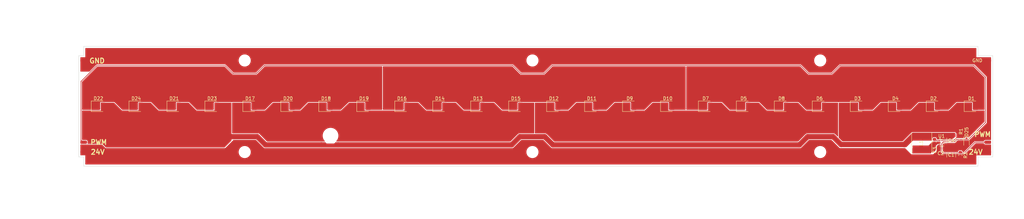
<source format=kicad_pcb>
(kicad_pcb (version 20211014) (generator pcbnew)
  (layers (0 "F.Cu" signal) (31 "B.Cu" signal) (34 "B.Paste" user) (35 "F.Paste" user) (36 "B.SilkS" user "B.Silkscreen") (37 "F.SilkS" user "F.Silkscreen") (38 "B.Mask" user) (39 "F.Mask" user) (44 "Edge.Cuts" user))
  (net 0 "")
  (net 1 "GND")
  (net 2 "Net-(C1-Pad2)")
  (net 3 "Net-(C3-Pad1)")
  (net 4 "Net-(C3-Pad2)")
  (net 5 "Net-(C4-Pad2)")
  (net 6 "Net-(D1-Pad1)")
  (net 7 "Net-(D1-Pad2)")
  (net 8 "Net-(D10-Pad1)")
  (net 9 "Net-(D10-Pad2)")
  (net 10 "Net-(D13-Pad2)")
  (net 11 "Net-(D17-Pad2)")
  (net 12 "Net-(J3-Pad1)")
  (footprint "LED_SMD:LED_PLCC_2835" (layer "F.Cu") (at 320.15 94.5)
    (fp_text reference "D3" (at 0 -2.4) (layer "F.SilkS"))
    (fp_text value "JE2835AWT-R-U40GA0000-N0000001")
    (fp_line (start 1.4 -1.6) (end -2.2 -1.6) (layer "F.SilkS") (width 0.12))
    (fp_line (start -2.2 -1.6) (end -2.2 1.6) (layer "F.SilkS") (width 0.12))
    (fp_line (start 1.4 1.6) (end -2.2 1.6) (layer "F.SilkS") (width 0.12))
    (pad "1" smd rect (at -0.9 0) (size 2.2 2.2) (layers "F.Cu" "F.Paste" "F.Mask") (net 6 "Net-(D1-Pad1)"))
    (pad "2" smd rect (at 1.375 0) (size 1.25 2.2) (layers "F.Cu" "F.Paste" "F.Mask") (net 7 "Net-(D1-Pad2)"))
  )
  (footprint "LED_SMD:LED_PLCC_2835" (layer "F.Cu") (at 250.49 94.5)
    (fp_text reference "D9" (at 0 -2.4) (layer "F.SilkS"))
    (fp_text value "JE2835AWT-R-U40GA0000-N0000001")
    (fp_line (start 1.4 1.6) (end -2.2 1.6) (layer "F.SilkS") (width 0.12))
    (fp_line (start -2.2 -1.6) (end -2.2 1.6) (layer "F.SilkS") (width 0.12))
    (fp_line (start 1.4 -1.6) (end -2.2 -1.6) (layer "F.SilkS") (width 0.12))
    (pad "1" smd rect (at -0.9 0) (size 2.2 2.2) (layers "F.Cu" "F.Paste" "F.Mask") (net 8 "Net-(D10-Pad1)"))
    (pad "2" smd rect (at 1.375 0) (size 1.25 2.2) (layers "F.Cu" "F.Paste" "F.Mask") (net 9 "Net-(D10-Pad2)"))
  )
  (footprint "LED_SMD:LED_PLCC_2835" (layer "F.Cu") (at 134.39 94.5)
    (fp_text reference "D17" (at 0 -2.4) (layer "F.SilkS"))
    (fp_text value "JE2835AWT-R-U40GA0000-N0000001")
    (fp_line (start 1.4 -1.6) (end -2.2 -1.6) (layer "F.SilkS") (width 0.12))
    (fp_line (start -2.2 -1.6) (end -2.2 1.6) (layer "F.SilkS") (width 0.12))
    (fp_line (start 1.4 1.6) (end -2.2 1.6) (layer "F.SilkS") (width 0.12))
    (pad "1" smd rect (at -0.9 0) (size 2.2 2.2) (layers "F.Cu" "F.Paste" "F.Mask") (net 10 "Net-(D13-Pad2)"))
    (pad "2" smd rect (at 1.375 0) (size 1.25 2.2) (layers "F.Cu" "F.Paste" "F.Mask") (net 11 "Net-(D17-Pad2)"))
  )
  (footprint "MountingHole:MountingHole_3.2mm_M3" (layer "F.Cu") (at 308.75 80.5)
    (fp_text reference "H5" hide)
    (fp_text value "MountingHole")
    (pad "" np_thru_hole circle (at 0 0) (size 3.2 3.2) (drill 3.2) (layers *.Cu *.Mask))
  )
  (footprint "LED_SMD:LED_PLCC_2835" (layer "F.Cu") (at 331.76 94.5)
    (fp_text reference "D4" (at 0 -2.4) (layer "F.SilkS"))
    (fp_text value "JE2835AWT-R-U40GA0000-N0000001")
    (fp_line (start 1.4 1.6) (end -2.2 1.6) (layer "F.SilkS") (width 0.12))
    (fp_line (start -2.2 -1.6) (end -2.2 1.6) (layer "F.SilkS") (width 0.12))
    (fp_line (start 1.4 -1.6) (end -2.2 -1.6) (layer "F.SilkS") (width 0.12))
    (pad "1" smd rect (at -0.9 0) (size 2.2 2.2) (layers "F.Cu" "F.Paste" "F.Mask") (net 6 "Net-(D1-Pad1)"))
    (pad "2" smd rect (at 1.375 0) (size 1.25 2.2) (layers "F.Cu" "F.Paste" "F.Mask") (net 7 "Net-(D1-Pad2)"))
  )
  (footprint "MountingHole:MountingHole_3.2mm_M3" (layer "F.Cu") (at 220.75 80.5)
    (fp_text reference "H4" hide)
    (fp_text value "MountingHole")
    (pad "" np_thru_hole circle (at 0 0) (size 3.2 3.2) (drill 3.2) (layers *.Cu *.Mask))
  )
  (footprint "MountingHole:MountingHole_3.2mm_M3" (layer "F.Cu") (at 308.75 108.5)
    (fp_text reference "H3" hide)
    (fp_text value "MountingHole")
    (pad "" np_thru_hole circle (at 0 0) (size 3.2 3.2) (drill 3.2) (layers *.Cu *.Mask))
  )
  (footprint "LED_SMD:LED_PLCC_2835" (layer "F.Cu") (at 262.11 94.5)
    (fp_text reference "D10" (at 0 -2.4) (layer "F.SilkS"))
    (fp_text value "JE2835AWT-R-U40GA0000-N0000001")
    (fp_line (start 1.4 1.6) (end -2.2 1.6) (layer "F.SilkS") (width 0.12))
    (fp_line (start -2.2 -1.6) (end -2.2 1.6) (layer "F.SilkS") (width 0.12))
    (fp_line (start 1.4 -1.6) (end -2.2 -1.6) (layer "F.SilkS") (width 0.12))
    (pad "1" smd rect (at -0.9 0) (size 2.2 2.2) (layers "F.Cu" "F.Paste" "F.Mask") (net 8 "Net-(D10-Pad1)"))
    (pad "2" smd rect (at 1.375 0) (size 1.25 2.2) (layers "F.Cu" "F.Paste" "F.Mask") (net 9 "Net-(D10-Pad2)"))
  )
  (footprint "MountingHole:MountingHole_3.2mm_M3" (layer "F.Cu") (at 132.75 80.5)
    (fp_text reference "H7" hide)
    (fp_text value "MountingHole")
    (pad "" np_thru_hole circle (at 0 0) (size 3.2 3.2) (drill 3.2) (layers *.Cu *.Mask))
  )
  (footprint "LED_SMD:LED_PLCC_2835" (layer "F.Cu") (at 88 94.5)
    (fp_text reference "D22" (at 0 -2.4) (layer "F.SilkS"))
    (fp_text value "JE2835AWT-R-U40GA0000-N0000001")
    (fp_line (start 1.4 1.6) (end -2.2 1.6) (layer "F.SilkS") (width 0.12))
    (fp_line (start -2.2 -1.6) (end -2.2 1.6) (layer "F.SilkS") (width 0.12))
    (fp_line (start 1.4 -1.6) (end -2.2 -1.6) (layer "F.SilkS") (width 0.12))
    (pad "1" smd rect (at -0.9 0) (size 2.2 2.2) (layers "F.Cu" "F.Paste" "F.Mask") (net 11 "Net-(D17-Pad2)"))
    (pad "2" smd rect (at 1.375 0) (size 1.25 2.2) (layers "F.Cu" "F.Paste" "F.Mask") (net 5 "Net-(C4-Pad2)"))
  )
  (footprint "Inductor_SMD:L_Taiyo-Yuden_NR-60xx" (layer "F.Cu") (at 339.783 105.775 90)
    (fp_text reference "L1" (at -0.025 -0.183 90) (layer "F.SilkS"))
    (fp_text value "22µ")
    (fp_line (start -3.15 -3.1) (end 3.15 -3.1) (layer "F.SilkS") (width 0.12))
    (fp_line (start -3.15 3.1) (end 3.15 3.1) (layer "F.SilkS") (width 0.12))
    (pad "1" smd rect (at -2.35 0 90) (size 1.6 5.7) (layers "F.Cu" "F.Paste" "F.Mask") (net 4 "Net-(C3-Pad2)"))
    (pad "2" smd rect (at 2.35 0 90) (size 1.6 5.7) (layers "F.Cu" "F.Paste" "F.Mask") (net 5 "Net-(C4-Pad2)"))
  )
  (footprint "LED_SMD:LED_PLCC_2835" (layer "F.Cu") (at 238.88 94.5)
    (fp_text reference "D11" (at 0 -2.4) (layer "F.SilkS"))
    (fp_text value "JE2835AWT-R-U40GA0000-N0000001")
    (fp_line (start 1.4 -1.6) (end -2.2 -1.6) (layer "F.SilkS") (width 0.12))
    (fp_line (start 1.4 1.6) (end -2.2 1.6) (layer "F.SilkS") (width 0.12))
    (fp_line (start -2.2 -1.6) (end -2.2 1.6) (layer "F.SilkS") (width 0.12))
    (pad "1" smd rect (at -0.9 0) (size 2.2 2.2) (layers "F.Cu" "F.Paste" "F.Mask") (net 8 "Net-(D10-Pad1)"))
    (pad "2" smd rect (at 1.375 0) (size 1.25 2.2) (layers "F.Cu" "F.Paste" "F.Mask") (net 9 "Net-(D10-Pad2)"))
  )
  (footprint "Diode_SMD:D_SOD-323" (layer "F.Cu") (at 353.5 105.4 -90)
    (fp_text reference "D25" (at -3.1 0 90) (layer "F.SilkS"))
    (fp_text value "3V3")
    (fp_line (start -1.5 -0.85) (end 1.05 -0.85) (layer "F.SilkS") (width 0.12))
    (fp_line (start -1.5 -0.85) (end -1.5 0.85) (layer "F.SilkS") (width 0.12))
    (fp_line (start -1.5 0.85) (end 1.05 0.85) (layer "F.SilkS") (width 0.12))
    (pad "1" smd rect (at -1.05 0 270) (size 0.6 0.45) (layers "F.Cu" "F.Paste" "F.Mask") (net 12 "Net-(J3-Pad1)"))
    (pad "2" smd rect (at 1.05 0 270) (size 0.6 0.45) (layers "F.Cu" "F.Paste" "F.Mask") (net 1 "GND"))
  )
  (footprint "Capacitor_SMD:C_0603_1608Metric" (layer "F.Cu") (at 343.7 105.4 -90)
    (fp_text reference "C3" (at 2.5 -0.1 90) (layer "F.SilkS"))
    (fp_text value "100n")
    (fp_line (start -0.14058 0.51) (end 0.14058 0.51) (layer "F.SilkS") (width 0.12))
    (fp_line (start -0.14058 -0.51) (end 0.14058 -0.51) (layer "F.SilkS") (width 0.12))
    (pad "1" smd roundrect (at -0.775 0 270) (size 0.9 0.95) (layers "F.Cu" "F.Paste" "F.Mask") (net 3 "Net-(C3-Pad1)"))
    (pad "2" smd roundrect (at 0.775 0 270) (size 0.9 0.95) (layers "F.Cu" "F.Paste" "F.Mask") (net 4 "Net-(C3-Pad2)"))
  )
  (footprint "LED_SMD:LED_PLCC_2835" (layer "F.Cu") (at 285.32 94.5)
    (fp_text reference "D5" (at 0 -2.4) (layer "F.SilkS"))
    (fp_text value "JE2835AWT-R-U40GA0000-N0000001")
    (fp_line (start 1.4 1.6) (end -2.2 1.6) (layer "F.SilkS") (width 0.12))
    (fp_line (start -2.2 -1.6) (end -2.2 1.6) (layer "F.SilkS") (width 0.12))
    (fp_line (start 1.4 -1.6) (end -2.2 -1.6) (layer "F.SilkS") (width 0.12))
    (pad "1" smd rect (at -0.9 0) (size 2.2 2.2) (layers "F.Cu" "F.Paste" "F.Mask") (net 7 "Net-(D1-Pad2)"))
    (pad "2" smd rect (at 1.375 0) (size 1.25 2.2) (layers "F.Cu" "F.Paste" "F.Mask") (net 8 "Net-(D10-Pad1)"))
  )
  (footprint "LED_SMD:LED_PLCC_2835" (layer "F.Cu") (at 99.56 94.5)
    (fp_text reference "D24" (at 0 -2.4) (layer "F.SilkS"))
    (fp_text value "JE2835AWT-R-U40GA0000-N0000001")
    (fp_line (start 1.4 -1.6) (end -2.2 -1.6) (layer "F.SilkS") (width 0.12))
    (fp_line (start -2.2 -1.6) (end -2.2 1.6) (layer "F.SilkS") (width 0.12))
    (fp_line (start 1.4 1.6) (end -2.2 1.6) (layer "F.SilkS") (width 0.12))
    (pad "1" smd rect (at -0.9 0) (size 2.2 2.2) (layers "F.Cu" "F.Paste" "F.Mask") (net 11 "Net-(D17-Pad2)"))
    (pad "2" smd rect (at 1.375 0) (size 1.25 2.2) (layers "F.Cu" "F.Paste" "F.Mask") (net 5 "Net-(C4-Pad2)"))
  )
  (footprint "LED_SMD:LED_PLCC_2835" (layer "F.Cu") (at 227.27 94.5)
    (fp_text reference "D12" (at 0 -2.4) (layer "F.SilkS"))
    (fp_text value "JE2835AWT-R-U40GA0000-N0000001")
    (fp_line (start 1.4 -1.6) (end -2.2 -1.6) (layer "F.SilkS") (width 0.12))
    (fp_line (start -2.2 -1.6) (end -2.2 1.6) (layer "F.SilkS") (width 0.12))
    (fp_line (start 1.4 1.6) (end -2.2 1.6) (layer "F.SilkS") (width 0.12))
    (pad "1" smd rect (at -0.9 0) (size 2.2 2.2) (layers "F.Cu" "F.Paste" "F.Mask") (net 8 "Net-(D10-Pad1)"))
    (pad "2" smd rect (at 1.375 0) (size 1.25 2.2) (layers "F.Cu" "F.Paste" "F.Mask") (net 9 "Net-(D10-Pad2)"))
  )
  (footprint "LED_SMD:LED_PLCC_2835" (layer "F.Cu") (at 215.66 94.5)
    (fp_text reference "D15" (at 0 -2.4) (layer "F.SilkS"))
    (fp_text value "JE2835AWT-R-U40GA0000-N0000001")
    (fp_line (start 1.4 -1.6) (end -2.2 -1.6) (layer "F.SilkS") (width 0.12))
    (fp_line (start 1.4 1.6) (end -2.2 1.6) (layer "F.SilkS") (width 0.12))
    (fp_line (start -2.2 -1.6) (end -2.2 1.6) (layer "F.SilkS") (width 0.12))
    (pad "1" smd rect (at -0.9 0) (size 2.2 2.2) (layers "F.Cu" "F.Paste" "F.Mask") (net 9 "Net-(D10-Pad2)"))
    (pad "2" smd rect (at 1.375 0) (size 1.25 2.2) (layers "F.Cu" "F.Paste" "F.Mask") (net 10 "Net-(D13-Pad2)"))
  )
  (footprint "Bergi:Solderpad_1x2" (layer "F.Cu") (at 83.5 108.5)
    (fp_text reference "J2" hide)
    (fp_text value "Conn_01x01_Female")
    (pad "1" smd roundrect (at 0 0) (size 2 1) (layers "F.Cu" "F.Mask") (net 2 "Net-(C1-Pad2)"))
  )
  (footprint "Bergi:Solderpad_1x2" (layer "F.Cu") (at 83.5 105.5)
    (fp_text reference "J4" hide)
    (fp_text value "Conn_01x01_Female")
    (pad "1" smd roundrect (at 0 0) (size 2 1) (layers "F.Cu" "F.Mask") (net 12 "Net-(J3-Pad1)"))
  )
  (footprint "Bergi:VQFN-HR" (layer "F.Cu") (at 345.879 105.637)
    (fp_text reference "U1" (at -0.025 -2.037 unlocked) (layer "F.SilkS"))
    (fp_text value "TPS92200DxRXL")
    (fp_line (start -0.75 -1) (end 0.75 -1) (layer "F.SilkS") (width 0.12))
    (fp_line (start -0.75 0.475) (end -0.75 0.225) (layer "F.SilkS") (width 0.12))
    (fp_line (start 0.75 0.475) (end 0.75 0) (layer "F.SilkS") (width 0.12))
    (fp_line (start -0.75 1) (end 0.75 1) (layer "F.SilkS") (width 0.12))
    (fp_circle (center -0.5 -1.25) (end -0.45 -1.25) (layer "F.SilkS") (width 0.12) (fill none))
    (pad "1" smd roundrect (at -0.6 -0.7) (size 0.7 0.2) (layers "F.Cu" "F.Mask") (net 3 "Net-(C3-Pad1)"))
    (pad "2" smd roundrect (at -0.65 -0.05) (size 0.6 0.2) (layers "F.Cu" "F.Paste" "F.Mask") (net 4 "Net-(C3-Pad2)"))
    (pad "3" smd roundrect (at -0.6 0.75) (size 0.7 0.2) (layers "F.Cu" "F.Paste" "F.Mask") (net 2 "Net-(C1-Pad2)"))
    (pad "4" smd roundrect (at 0.65 0.75) (size 0.6 0.2) (layers "F.Cu" "F.Paste" "F.Mask") (net 1 "GND"))
    (pad "5" smd roundrect (at 0.65 -0.275) (size 0.6 0.2) (layers "F.Cu" "F.Paste" "F.Mask") (net 12 "Net-(J3-Pad1)"))
    (pad "6" smd custom (at 0.45 -0.775) (size 0 0) (layers "F.Cu" "F.Mask") (net 6 "Net-(D1-Pad1)") (options (clearance outline) (anchor rect)) (primitives (gr_line (start -0.45 0.05) (end 0.45 0.05) (width 0.1)) (gr_line (start -0.45 -0.05) (end -0.45 0.25) (width 0.1)) (gr_line (start -0.45 -0.05) (end 0.45 -0.05) (width 0.1)) (gr_line (start 0.45 0.05) (end 0.45 -0.05) (width 0.1)) (gr_line (start -0.35 -0.05) (end -0.35 0.25) (width 0.1)) (gr_line (start -0.45 0.25) (end -0.35 0.25) (width 0.1))))
  )
  (footprint "LED_SMD:LED_PLCC_2835" (layer "F.Cu") (at 169.22 94.5)
    (fp_text reference "D19" (at 0 -2.4) (layer "F.SilkS"))
    (fp_text value "JE2835AWT-R-U40GA0000-N0000001")
    (fp_line (start 1.4 1.6) (end -2.2 1.6) (layer "F.SilkS") (width 0.12))
    (fp_line (start 1.4 -1.6) (end -2.2 -1.6) (layer "F.SilkS") (width 0.12))
    (fp_line (start -2.2 -1.6) (end -2.2 1.6) (layer "F.SilkS") (width 0.12))
    (pad "1" smd rect (at -0.9 0) (size 2.2 2.2) (layers "F.Cu" "F.Paste" "F.Mask") (net 10 "Net-(D13-Pad2)"))
    (pad "2" smd rect (at 1.375 0) (size 1.25 2.2) (layers "F.Cu" "F.Paste" "F.Mask") (net 11 "Net-(D17-Pad2)"))
  )
  (footprint "Resistor_SMD:R_0603_1608Metric" (layer "F.Cu") (at 351.6 109.4 90)
    (fp_text reference "R2" (at -0.1 1.6 90) (layer "F.SilkS"))
    (fp_text value "100k")
    (fp_line (start -0.237258 0.5225) (end 0.237258 0.5225) (layer "F.SilkS") (width 0.12))
    (fp_line (start -0.237258 -0.5225) (end 0.237258 -0.5225) (layer "F.SilkS") (width 0.12))
    (pad "1" smd roundrect (at -0.825 0 90) (size 0.8 0.95) (layers "F.Cu" "F.Paste" "F.Mask") (net 2 "Net-(C1-Pad2)"))
    (pad "2" smd roundrect (at 0.825 0 90) (size 0.8 0.95) (layers "F.Cu" "F.Paste" "F.Mask") (net 12 "Net-(J3-Pad1)"))
  )
  (footprint "MountingHole:MountingHole_4.3mm_M4" (layer "F.Cu") (at 159 103.5)
    (fp_text reference "H2" hide)
    (fp_text value "MountingHole")
    (pad "" np_thru_hole circle (at 0 0) (size 4.3 4.3) (drill 4.3) (layers *.Cu *.Mask))
  )
  (footprint "LED_SMD:LED_PLCC_2835" (layer "F.Cu") (at 122.78 94.5)
    (fp_text reference "D23" (at 0 -2.4) (layer "F.SilkS"))
    (fp_text value "JE2835AWT-R-U40GA0000-N0000001")
    (fp_line (start 1.4 -1.6) (end -2.2 -1.6) (layer "F.SilkS") (width 0.12))
    (fp_line (start 1.4 1.6) (end -2.2 1.6) (layer "F.SilkS") (width 0.12))
    (fp_line (start -2.2 -1.6) (end -2.2 1.6) (layer "F.SilkS") (width 0.12))
    (pad "1" smd rect (at -0.9 0) (size 2.2 2.2) (layers "F.Cu" "F.Paste" "F.Mask") (net 11 "Net-(D17-Pad2)"))
    (pad "2" smd rect (at 1.375 0) (size 1.25 2.2) (layers "F.Cu" "F.Paste" "F.Mask") (net 5 "Net-(C4-Pad2)"))
  )
  (footprint "MountingHole:MountingHole_3.2mm_M3" (layer "F.Cu") (at 132.75 108.5)
    (fp_text reference "H1" hide)
    (fp_text value "MountingHole")
    (pad "" np_thru_hole circle (at 0 0) (size 3.2 3.2) (drill 3.2) (layers *.Cu *.Mask))
  )
  (footprint "Bergi:Solderpad_1x2" (layer "F.Cu") (at 360 105.5)
    (fp_text reference "J3" hide)
    (fp_text value "Conn_01x01_Female")
    (pad "1" smd roundrect (at 0 0) (size 2 1) (layers "F.Cu" "F.Mask") (net 12 "Net-(J3-Pad1)"))
  )
  (footprint "Resistor_SMD:R_0603_1608Metric" (layer "F.Cu") (at 351.8 104.6 -90)
    (fp_text reference "R1" (at -2.4 0 90) (layer "F.SilkS"))
    (fp_text value "0R18")
    (fp_line (start -0.237258 0.5225) (end 0.237258 0.5225) (layer "F.SilkS") (width 0.12))
    (fp_line (start -0.237258 -0.5225) (end 0.237258 -0.5225) (layer "F.SilkS") (width 0.12))
    (pad "1" smd roundrect (at -0.825 0 270) (size 0.8 0.95) (layers "F.Cu" "F.Paste" "F.Mask") (net 6 "Net-(D1-Pad1)"))
    (pad "2" smd roundrect (at 0.825 0 270) (size 0.8 0.95) (layers "F.Cu" "F.Paste" "F.Mask") (net 1 "GND"))
  )
  (footprint "Capacitor_SMD:C_1210_3225Metric" (layer "F.Cu") (at 348.8 104.875 90)
    (fp_text reference "C4" (at -0.125 0) (layer "F.SilkS"))
    (fp_text value "10µ")
    (fp_line (start -0.711252 1.36) (end 0.711252 1.36) (layer "F.SilkS") (width 0.12))
    (fp_line (start -0.711252 -1.36) (end 0.711252 -1.36) (layer "F.SilkS") (width 0.12))
    (pad "1" smd roundrect (at -1.475 0 90) (size 1.15 2.7) (layers "F.Cu" "F.Paste" "F.Mask") (roundrect_rratio 0.217391) (net 1 "GND"))
    (pad "2" smd roundrect (at 1.475 0 90) (size 1.15 2.7) (layers "F.Cu" "F.Paste" "F.Mask") (roundrect_rratio 0.217391) (net 5 "Net-(C4-Pad2)"))
  )
  (footprint "LED_SMD:LED_PLCC_2835" (layer "F.Cu") (at 192.44 94.5)
    (fp_text reference "D14" (at 0 -2.4) (layer "F.SilkS"))
    (fp_text value "JE2835AWT-R-U40GA0000-N0000001")
    (fp_line (start 1.4 1.6) (end -2.2 1.6) (layer "F.SilkS") (width 0.12))
    (fp_line (start 1.4 -1.6) (end -2.2 -1.6) (layer "F.SilkS") (width 0.12))
    (fp_line (start -2.2 -1.6) (end -2.2 1.6) (layer "F.SilkS") (width 0.12))
    (pad "1" smd rect (at -0.9 0) (size 2.2 2.2) (layers "F.Cu" "F.Paste" "F.Mask") (net 9 "Net-(D10-Pad2)"))
    (pad "2" smd rect (at 1.375 0) (size 1.25 2.2) (layers "F.Cu" "F.Paste" "F.Mask") (net 10 "Net-(D13-Pad2)"))
  )
  (footprint "LED_SMD:LED_PLCC_2835" (layer "F.Cu") (at 146 94.5)
    (fp_text reference "D20" (at 0 -2.4) (layer "F.SilkS"))
    (fp_text value "JE2835AWT-R-U40GA0000-N0000001")
    (fp_line (start 1.4 1.6) (end -2.2 1.6) (layer "F.SilkS") (width 0.12))
    (fp_line (start 1.4 -1.6) (end -2.2 -1.6) (layer "F.SilkS") (width 0.12))
    (fp_line (start -2.2 -1.6) (end -2.2 1.6) (layer "F.SilkS") (width 0.12))
    (pad "1" smd rect (at -0.9 0) (size 2.2 2.2) (layers "F.Cu" "F.Paste" "F.Mask") (net 10 "Net-(D13-Pad2)"))
    (pad "2" smd rect (at 1.375 0) (size 1.25 2.2) (layers "F.Cu" "F.Paste" "F.Mask") (net 11 "Net-(D17-Pad2)"))
  )
  (footprint "Capacitor_SMD:C_1210_3225Metric" (layer "F.Cu") (at 348.8 109.375 -90)
    (fp_text reference "C1" (at 0 0 180) (layer "F.SilkS"))
    (fp_text value "10µ")
    (fp_line (start -0.711252 -1.36) (end 0.711252 -1.36) (layer "F.SilkS") (width 0.12))
    (fp_line (start -0.711252 1.36) (end 0.711252 1.36) (layer "F.SilkS") (width 0.12))
    (pad "1" smd roundrect (at -1.475 0 270) (size 1.15 2.7) (layers "F.Cu" "F.Paste" "F.Mask") (roundrect_rratio 0.217391) (net 1 "GND"))
    (pad "2" smd roundrect (at 1.475 0 270) (size 1.15 2.7) (layers "F.Cu" "F.Paste" "F.Mask") (roundrect_rratio 0.217391) (net 2 "Net-(C1-Pad2)"))
  )
  (footprint "LED_SMD:LED_PLCC_2835" (layer "F.Cu") (at 354.96 94.5)
    (fp_text reference "D1" (at 0 -2.4) (layer "F.SilkS"))
    (fp_text value "JE2835AWT-R-U40GA0000-N0000001")
    (fp_line (start -2.2 -1.6) (end -2.2 1.6) (layer "F.SilkS") (width 0.12))
    (fp_line (start 1.4 1.6) (end -2.2 1.6) (layer "F.SilkS") (width 0.12))
    (fp_line (start 1.4 -1.6) (end -2.2 -1.6) (layer "F.SilkS") (width 0.12))
    (pad "1" smd rect (at -0.9 0) (size 2.2 2.2) (layers "F.Cu" "F.Paste" "F.Mask") (net 6 "Net-(D1-Pad1)"))
    (pad "2" smd rect (at 1.375 0) (size 1.25 2.2) (layers "F.Cu" "F.Paste" "F.Mask") (net 7 "Net-(D1-Pad2)"))
  )
  (footprint "Bergi:Solderpad_1x2" (layer "F.Cu") (at 83.5 80.5)
    (fp_text reference "J5" hide)
    (fp_text value "Conn_01x01_Female")
    (pad "1" smd roundrect (at 0 0) (size 2 1) (layers "F.Cu" "F.Mask") (net 1 "GND"))
  )
  (footprint "Bergi:Solderpad_1x2" (layer "F.Cu") (at 360 108.5)
    (fp_text reference "J1" hide)
    (fp_text value "Conn_01x01_Female")
    (pad "1" smd roundrect (at 0 0) (size 2 1) (layers "F.Cu" "F.Mask") (net 2 "Net-(C1-Pad2)"))
  )
  (footprint "LED_SMD:LED_PLCC_2835" (layer "F.Cu") (at 204.05 94.5)
    (fp_text reference "D13" (at 0 -2.4) (layer "F.SilkS"))
    (fp_text value "JE2835AWT-R-U40GA0000-N0000001")
    (fp_line (start 1.4 -1.6) (end -2.2 -1.6) (layer "F.SilkS") (width 0.12))
    (fp_line (start 1.4 1.6) (end -2.2 1.6) (layer "F.SilkS") (width 0.12))
    (fp_line (start -2.2 -1.6) (end -2.2 1.6) (layer "F.SilkS") (width 0.12))
    (pad "1" smd rect (at -0.9 0) (size 2.2 2.2) (layers "F.Cu" "F.Paste" "F.Mask") (net 9 "Net-(D10-Pad2)"))
    (pad "2" smd rect (at 1.375 0) (size 1.25 2.2) (layers "F.Cu" "F.Paste" "F.Mask") (net 10 "Net-(D13-Pad2)"))
  )
  (footprint "Bergi:Solderpad_1x2" (layer "F.Cu") (at 360 80.5)
    (fp_text reference "J6" hide)
    (fp_text value "Conn_01x01_Female")
    (pad "1" smd roundrect (at 0 0) (size 2 1) (layers "F.Cu" "F.Mask") (net 1 "GND"))
  )
  (footprint "LED_SMD:LED_PLCC_2835" (layer "F.Cu") (at 157.61 94.5)
    (fp_text reference "D18" (at 0 -2.4) (layer "F.SilkS"))
    (fp_text value "JE2835AWT-R-U40GA0000-N0000001")
    (fp_line (start 1.4 1.6) (end -2.2 1.6) (layer "F.SilkS") (width 0.12))
    (fp_line (start -2.2 -1.6) (end -2.2 1.6) (layer "F.SilkS") (width 0.12))
    (fp_line (start 1.4 -1.6) (end -2.2 -1.6) (layer "F.SilkS") (width 0.12))
    (pad "1" smd rect (at -0.9 0) (size 2.2 2.2) (layers "F.Cu" "F.Paste" "F.Mask") (net 10 "Net-(D13-Pad2)"))
    (pad "2" smd rect (at 1.375 0) (size 1.25 2.2) (layers "F.Cu" "F.Paste" "F.Mask") (net 11 "Net-(D17-Pad2)"))
  )
  (footprint "LED_SMD:LED_PLCC_2835" (layer "F.Cu") (at 308.54 94.5)
    (fp_text reference "D6" (at 0 -2.4) (layer "F.SilkS"))
    (fp_text value "JE2835AWT-R-U40GA0000-N0000001")
    (fp_line (start 1.4 1.6) (end -2.2 1.6) (layer "F.SilkS") (width 0.12))
    (fp_line (start -2.2 -1.6) (end -2.2 1.6) (layer "F.SilkS") (width 0.12))
    (fp_line (start 1.4 -1.6) (end -2.2 -1.6) (layer "F.SilkS") (width 0.12))
    (pad "1" smd rect (at -0.9 0) (size 2.2 2.2) (layers "F.Cu" "F.Paste" "F.Mask") (net 7 "Net-(D1-Pad2)"))
    (pad "2" smd rect (at 1.375 0) (size 1.25 2.2) (layers "F.Cu" "F.Paste" "F.Mask") (net 8 "Net-(D10-Pad1)"))
  )
  (footprint "LED_SMD:LED_PLCC_2835" (layer "F.Cu") (at 273.71 94.5)
    (fp_text reference "D7" (at 0 -2.4) (layer "F.SilkS"))
    (fp_text value "JE2835AWT-R-U40GA0000-N0000001")
    (fp_line (start 1.4 1.6) (end -2.2 1.6) (layer "F.SilkS") (width 0.12))
    (fp_line (start 1.4 -1.6) (end -2.2 -1.6) (layer "F.SilkS") (width 0.12))
    (fp_line (start -2.2 -1.6) (end -2.2 1.6) (layer "F.SilkS") (width 0.12))
    (pad "1" smd rect (at -0.9 0) (size 2.2 2.2) (layers "F.Cu" "F.Paste" "F.Mask") (net 7 "Net-(D1-Pad2)"))
    (pad "2" smd rect (at 1.375 0) (size 1.25 2.2) (layers "F.Cu" "F.Paste" "F.Mask") (net 8 "Net-(D10-Pad1)"))
  )
  (footprint "LED_SMD:LED_PLCC_2835" (layer "F.Cu") (at 296.93 94.5)
    (fp_text reference "D8" (at 0 -2.4) (layer "F.SilkS"))
    (fp_text value "JE2835AWT-R-U40GA0000-N0000001")
    (fp_line (start 1.4 -1.6) (end -2.2 -1.6) (layer "F.SilkS") (width 0.12))
    (fp_line (start 1.4 1.6) (end -2.2 1.6) (layer "F.SilkS") (width 0.12))
    (fp_line (start -2.2 -1.6) (end -2.2 1.6) (layer "F.SilkS") (width 0.12))
    (pad "1" smd rect (at -0.9 0) (size 2.2 2.2) (layers "F.Cu" "F.Paste" "F.Mask") (net 7 "Net-(D1-Pad2)"))
    (pad "2" smd rect (at 1.375 0) (size 1.25 2.2) (layers "F.Cu" "F.Paste" "F.Mask") (net 8 "Net-(D10-Pad1)"))
  )
  (footprint "Capacitor_SMD:C_0603_1608Metric" (layer "F.Cu") (at 345.93 107.4 180)
    (fp_text reference "C2" (at 0.33 -1.5) (layer "F.SilkS"))
    (fp_text value "100n")
    (fp_line (start -0.14058 0.51) (end 0.14058 0.51) (layer "F.SilkS") (width 0.12))
    (fp_line (start -0.14058 -0.51) (end 0.14058 -0.51) (layer "F.SilkS") (width 0.12))
    (pad "1" smd roundrect (at -0.775 0 180) (size 0.9 0.95) (layers "F.Cu" "F.Paste" "F.Mask") (net 1 "GND"))
    (pad "2" smd roundrect (at 0.775 0 180) (size 0.9 0.95) (layers "F.Cu" "F.Paste" "F.Mask") (net 2 "Net-(C1-Pad2)"))
  )
  (footprint "LED_SMD:LED_PLCC_2835" (layer "F.Cu") (at 111.17 94.5)
    (fp_text reference "D21" (at 0 -2.4) (layer "F.SilkS"))
    (fp_text value "JE2835AWT-R-U40GA0000-N0000001")
    (fp_line (start 1.4 -1.6) (end -2.2 -1.6) (layer "F.SilkS") (width 0.12))
    (fp_line (start 1.4 1.6) (end -2.2 1.6) (layer "F.SilkS") (width 0.12))
    (fp_line (start -2.2 -1.6) (end -2.2 1.6) (layer "F.SilkS") (width 0.12))
    (pad "1" smd rect (at -0.9 0) (size 2.2 2.2) (layers "F.Cu" "F.Paste" "F.Mask") (net 11 "Net-(D17-Pad2)"))
    (pad "2" smd rect (at 1.375 0) (size 1.25 2.2) (layers "F.Cu" "F.Paste" "F.Mask") (net 5 "Net-(C4-Pad2)"))
  )
  (footprint "LED_SMD:LED_PLCC_2835" (layer "F.Cu") (at 343.37 94.5)
    (fp_text reference "D2" (at 0 -2.4) (layer "F.SilkS"))
    (fp_text value "JE2835AWT-R-U40GA0000-N0000001")
    (fp_line (start 1.4 -1.6) (end -2.2 -1.6) (layer "F.SilkS") (width 0.12))
    (fp_line (start -2.2 -1.6) (end -2.2 1.6) (layer "F.SilkS") (width 0.12))
    (fp_line (start 1.4 1.6) (end -2.2 1.6) (layer "F.SilkS") (width 0.12))
    (pad "1" smd rect (at -0.9 0) (size 2.2 2.2) (layers "F.Cu" "F.Paste" "F.Mask") (net 6 "Net-(D1-Pad1)"))
    (pad "2" smd rect (at 1.375 0) (size 1.25 2.2) (layers "F.Cu" "F.Paste" "F.Mask") (net 7 "Net-(D1-Pad2)"))
  )
  (footprint "LED_SMD:LED_PLCC_2835" (layer "F.Cu") (at 180.83 94.5)
    (fp_text reference "D16" (at 0 -2.4) (layer "F.SilkS"))
    (fp_text value "JE2835AWT-R-U40GA0000-N0000001")
    (fp_line (start 1.4 1.6) (end -2.2 1.6) (layer "F.SilkS") (width 0.12))
    (fp_line (start 1.4 -1.6) (end -2.2 -1.6) (layer "F.SilkS") (width 0.12))
    (fp_line (start -2.2 -1.6) (end -2.2 1.6) (layer "F.SilkS") (width 0.12))
    (pad "1" smd rect (at -0.9 0) (size 2.2 2.2) (layers "F.Cu" "F.Paste" "F.Mask") (net 9 "Net-(D10-Pad2)"))
    (pad "2" smd rect (at 1.375 0) (size 1.25 2.2) (layers "F.Cu" "F.Paste" "F.Mask") (net 10 "Net-(D13-Pad2)"))
  )
  (footprint "MountingHole:MountingHole_3.2mm_M3" (layer "F.Cu") (at 220.75 108.5)
    (fp_text reference "H6" hide)
    (fp_text value "MountingHole")
    (pad "" np_thru_hole circle (at 0 0) (size 3.2 3.2) (drill 3.2) (layers *.Cu *.Mask))
  )
  (gr_line (start 82 79) (end 82 110) (layer "Edge.Cuts") (width 0.1))
  (gr_line (start 361.5 79) (end 361.5 110) (layer "Edge.Cuts") (width 0.1))
  (gr_line (start 357 110) (end 357 112.8) (layer "Edge.Cuts") (width 0.1))
  (gr_line (start 361.5 110) (end 357 110) (layer "Edge.Cuts") (width 0.1))
  (gr_line (start 357 112.8) (end 83.5 112.8) (layer "Edge.Cuts") (width 0.1))
  (gr_line (start 82 110) (end 83.5 110) (layer "Edge.Cuts") (width 0.1))
  (gr_line (start 357 76.2) (end 83.5 76.2) (layer "Edge.Cuts") (width 0.1))
  (gr_line (start 361.5 79) (end 357 79) (layer "Edge.Cuts") (width 0.1))
  (gr_line (start 83.5 112.8) (end 83.5 110) (layer "Edge.Cuts") (width 0.1))
  (gr_line (start 357 79) (end 357 76.2) (layer "Edge.Cuts") (width 0.1))
  (gr_line (start 83.5 76.2) (end 83.5 79) (layer "Edge.Cuts") (width 0.1))
  (gr_line (start 83.5 79) (end 82 79) (layer "Edge.Cuts") (width 0.1))
  (gr_text "GND" (at 356.8 80.5) (layer "F.SilkS") (effects (font (size 1 1))))
  (gr_text "PWM" (at 88.1 105.5) (layer "F.SilkS") (effects (font (size 1.5 1.5) (thickness 0.3))))
  (gr_text "PWM" (at 358.4 103.1) (layer "F.SilkS") (effects (font (size 1.5 1.5) (thickness 0.3))))
  (gr_text "GND" (at 87.6 80.6) (layer "F.SilkS") (effects (font (size 1.5 1.5) (thickness 0.3))))
  (gr_text "24V" (at 87.8 108.5) (layer "F.SilkS") (effects (font (size 1.5 1.5) (thickness 0.3))))
  (gr_text "24V" (at 356.3 108.5) (layer "F.SilkS") (effects (font (size 1.5 1.5) (thickness 0.3))))
  (segment (start 360 100.6) (end 360 85) (width 0.2) (layer "F.Cu") (net 1))
  (segment (start 85.1 80.5) (end 83.5 80.5) (width 0.2) (layer "F.Cu") (net 1))
  (segment (start 87.6 78) (end 85.1 80.5) (width 0.2) (layer "F.Cu") (net 1))
  (segment (start 348.8 106.35) (end 350.875 106.35) (width 0.2) (layer "F.Cu") (net 1))
  (segment (start 360 80.5) (end 357.75 82.75) (width 0.2) (layer "F.Cu") (net 1))
  (segment (start 348.8 106.35) (end 348.8 107.9) (width 0.2) (layer "F.Cu") (net 1))
  (segment (start 346.529 107.224) (end 346.705 107.4) (width 0.2) (layer "F.Cu") (net 1))
  (segment (start 350.875 106.35) (end 351.825 105.4) (width 0.2) (layer "F.Cu") (net 1))
  (segment (start 355.2 105.4) (end 360 100.6) (width 0.2) (layer "F.Cu") (net 1))
  (segment (start 357.75 82.75) (end 353 78) (width 0.2) (layer "F.Cu") (net 1))
  (segment (start 353 78) (end 87.6 78) (width 0.2) (layer "F.Cu") (net 1))
  (segment (start 348.8 107.9) (end 347.205 107.9) (width 0.2) (layer "F.Cu") (net 1))
  (segment (start 347.205 107.9) (end 346.705 107.4) (width 0.2) (layer "F.Cu") (net 1))
  (segment (start 346.529 106.387) (end 346.529 107.224) (width 0.2) (layer "F.Cu") (net 1))
  (segment (start 351.825 105.4) (end 355.2 105.4) (width 0.2) (layer "F.Cu") (net 1))
  (segment (start 360 85) (end 357.75 82.75) (width 0.2) (layer "F.Cu") (net 1))
  (segment (start 345.155 109.355) (end 345.155 107.4) (width 0.2) (layer "F.Cu") (net 2))
  (segment (start 360 108.5) (end 356.3 108.5) (width 0.2) (layer "F.Cu") (net 2))
  (segment (start 348.8 110.85) (end 345.95 110.85) (width 0.2) (layer "F.Cu") (net 2))
  (segment (start 345.95 110.85) (end 345.155 110.055) (width 0.2) (layer "F.Cu") (net 2))
  (segment (start 345.155 110.055) (end 345.155 109.355) (width 0.2) (layer "F.Cu") (net 2))
  (segment (start 344.6 110.6) (end 88.5 110.6) (width 0.2) (layer "F.Cu") (net 2))
  (segment (start 88.5 110.6) (end 86.4 108.5) (width 0.2) (layer "F.Cu") (net 2))
  (segment (start 356.3 108.5) (end 353.95 110.85) (width 0.2) (layer "F.Cu") (net 2))
  (segment (start 353.95 110.85) (end 348.8 110.85) (width 0.2) (layer "F.Cu") (net 2))
  (segment (start 345.155 109.355) (end 345.155 110.045) (width 0.2) (layer "F.Cu") (net 2))
  (segment (start 345.155 106.511) (end 345.279 106.387) (width 0.2) (layer "F.Cu") (net 2))
  (segment (start 345.155 107.4) (end 345.155 106.511) (width 0.2) (layer "F.Cu") (net 2))
  (segment (start 86.4 108.5) (end 83.5 108.5) (width 0.2) (layer "F.Cu") (net 2))
  (segment (start 345.155 110.045) (end 344.6 110.6) (width 0.2) (layer "F.Cu") (net 2))
  (segment (start 344.283 104.937) (end 343.7 104.354) (width 0.2) (layer "F.Cu") (net 3))
  (segment (start 345.279 104.937) (end 344.283 104.937) (width 0.2) (layer "F.Cu") (net 3))
  (segment (start 341.479 108.125) (end 339.783 108.125) (width 0.2) (layer "F.Cu") (net 4))
  (segment (start 343.7 105.904) (end 341.479 108.125) (width 0.2) (layer "F.Cu") (net 4))
  (segment (start 345.229 105.587) (end 344.017 105.587) (width 0.2) (layer "F.Cu") (net 4))
  (segment (start 344.017 105.587) (end 343.7 105.904) (width 0.2) (layer "F.Cu") (net 4))
  (segment (start 136.6 103.8) (end 128.1 103.8) (width 1.6) (layer "F.Cu") (net 5))
  (segment (start 216.9 103.8) (end 224.5 103.8) (width 1.6) (layer "F.Cu") (net 5))
  (segment (start 334.6 106.2) (end 335.3 105.5) (width 1.6) (layer "F.Cu") (net 5))
  (segment (start 95.9 106.7) (end 89.375 100.175) (width 0.2) (layer "F.Cu") (net 5))
  (segment (start 336.475 103.425) (end 339.783 103.425) (width 0.2) (layer "F.Cu") (net 5))
  (segment (start 100.935 94.5) (end 100.935 105.535) (width 0.2) (layer "F.Cu") (net 5))
  (segment (start 89.375 100.175) (end 89.375 94.5) (width 0.2) (layer "F.Cu") (net 5))
  (segment (start 156.1 106.3) (end 139.1 106.3) (width 1.6) (layer "F.Cu") (net 5))
  (segment (start 337.375 103.425) (end 335.3 105.5) (width 0.2) (layer "F.Cu") (net 5))
  (segment (start 102.1 106.7) (end 95.9 106.7) (width 0.2) (layer "F.Cu") (net 5))
  (segment (start 114 106.7) (end 125.2 106.7) (width 0.2) (layer "F.Cu") (net 5))
  (segment (start 156.3 106.5) (end 156.1 106.3) (width 1) (layer "F.Cu") (net 5))
  (segment (start 227 106.3) (end 302.4 106.3) (width 1.6) (layer "F.Cu") (net 5))
  (segment (start 112.545 94.5) (end 112.545 105.245) (width 0.2) (layer "F.Cu") (net 5))
  (segment (start 339.783 103.425) (end 337.375 103.425) (width 0.2) (layer "F.Cu") (net 5))
  (segment (start 114 106.7) (end 102.1 106.7) (width 0.2) (layer "F.Cu") (net 5))
  (segment (start 139.1 106.3) (end 136.6 103.8) (width 1.6) (layer "F.Cu") (net 5))
  (segment (start 315.1 106.2) (end 334.6 106.2) (width 1.6) (layer "F.Cu") (net 5))
  (segment (start 312.7 103.8) (end 315.1 106.2) (width 1.6) (layer "F.Cu") (net 5))
  (segment (start 224.5 103.8) (end 227 106.3) (width 1.6) (layer "F.Cu") (net 5))
  (segment (start 125.2 106.7) (end 128.1 103.8) (width 0.2) (layer "F.Cu") (net 5))
  (segment (start 124.155 106.7) (end 124.155 94.5) (width 0.2) (layer "F.Cu") (net 5))
  (segment (start 302.4 106.3) (end 304.9 103.8) (width 1.6) (layer "F.Cu") (net 5))
  (segment (start 348.775 103.425) (end 339.783 103.425) (width 0.2) (layer "F.Cu") (net 5))
  (segment (start 161.4 106.3) (end 161.2 106.5) (width 1) (layer "F.Cu") (net 5))
  (segment (start 304.9 103.8) (end 312.7 103.8) (width 1.6) (layer "F.Cu") (net 5))
  (segment (start 348.8 103.4) (end 348.775 103.425) (width 0.2) (layer "F.Cu") (net 5))
  (segment (start 214.4 106.3) (end 216.9 103.8) (width 1.6) (layer "F.Cu") (net 5))
  (segment (start 161.4 106.3) (end 214.4 106.3) (width 1.6) (layer "F.Cu") (net 5))
  (segment (start 128.1 103.8) (end 128 103.7) (width 1.6) (layer "F.Cu") (net 5))
  (segment (start 161.2 106.5) (end 156.3 106.5) (width 1) (layer "F.Cu") (net 5))
  (segment (start 100.935 105.535) (end 102.1 106.7) (width 0.2) (layer "F.Cu") (net 5))
  (segment (start 333.2 106.7) (end 336.475 103.425) (width 0.2) (layer "F.Cu") (net 5))
  (segment (start 112.545 105.245) (end 114 106.7) (width 0.2) (layer "F.Cu") (net 5))
  (segment (start 330.86 99.06) (end 330.86 94.5) (width 0.2) (layer "F.Cu") (net 6))
  (segment (start 350.1 100.3) (end 343.4 100.3) (width 0.2) (layer "F.Cu") (net 6))
  (segment (start 346.329 104.862) (end 349.713 104.862) (width 0.2) (layer "F.Cu") (net 6))
  (segment (start 351.9 103.675) (end 352.1875 103.3875) (width 0.2) (layer "F.Cu") (net 6))
  (segment (start 352.1875 102.3875) (end 354.06 100.515) (width 0.2) (layer "F.Cu") (net 6))
  (segment (start 342.47 99.37) (end 342.47 94.5) (width 0.2) (layer "F.Cu") (net 6))
  (segment (start 343.4 100.3) (end 342.47 99.37) (width 0.2) (layer "F.Cu") (net 6))
  (segment (start 332.1 100.3) (end 330.86 99.06) (width 0.2) (layer "F.Cu") (net 6))
  (segment (start 332.1 100.3) (end 321 100.3) (width 0.2) (layer "F.Cu") (net 6))
  (segment (start 321 100.3) (end 319.25 98.55) (width 0.2) (layer "F.Cu") (net 6))
  (segment (start 349.713 104.862) (end 350.9 103.675) (width 0.2) (layer "F.Cu") (net 6))
  (segment (start 354.06 100.515) (end 354.06 94.5) (width 0.2) (layer "F.Cu") (net 6))
  (segment (start 319.25 98.55) (end 319.25 94.5) (width 0.2) (layer "F.Cu") (net 6))
  (segment (start 343.4 100.3) (end 332.1 100.3) (width 0.2) (layer "F.Cu") (net 6))
  (segment (start 352.1875 103.3875) (end 352.1875 102.3875) (width 0.2) (layer "F.Cu") (net 6))
  (segment (start 350.9 103.675) (end 351.9 103.675) (width 0.2) (layer "F.Cu") (net 6))
  (segment (start 352.1875 102.3875) (end 350.1 100.3) (width 0.2) (layer "F.Cu") (net 6))
  (segment (start 302.7 82) (end 305.2 84.5) (width 0.2) (layer "F.Cu") (net 12))
  (segment (start 224.3 84.5) (end 226.8 82) (width 0.2) (layer "F.Cu") (net 12))
  (segment (start 359.3 85.6) (end 359.3 99.45) (width 0.2) (layer "F.Cu") (net 12))
  (segment (start 87.5 82.1) (end 126.8 82.1) (width 0.2) (layer "F.Cu") (net 12))
  (segment (start 349.838 105.362) (end 346.529 105.362) (width 0.2) (layer "F.Cu") (net 12))
  (segment (start 350.6 104.6) (end 349.838 105.362) (width 0.2) (layer "F.Cu") (net 12))
  (segment (start 345.929 105.871) (end 346.438 105.362) (width 0.2) (layer "F.Cu") (net 12))
  (segment (start 314.8 82) (end 355.7 82) (width 0.2) (layer "F.Cu") (net 12))
  (segment (start 126.8 82.1) (end 129.2 84.5) (width 0.2) (layer "F.Cu") (net 12))
  (segment (start 352.8 108.8) (end 346.37 108.8) (width 0.2) (layer "F.Cu") (net 12))
  (segment (start 355.7 82) (end 359.3 85.6) (width 0.2) (layer "F.Cu") (net 12))
  (segment (start 226.8 82) (end 302.7 82) (width 0.2) (layer "F.Cu") (net 12))
  (segment (start 82.7 86.9) (end 87.5 82.1) (width 0.2) (layer "F.Cu") (net 12))
  (segment (start 305.2 84.5) (end 312.3 84.5) (width 0.2) (layer "F.Cu") (net 12))
  (segment (start 346.438 105.362) (end 346.529 105.362) (width 0.2) (layer "F.Cu") (net 12))
  (segment (start 83.275 105.5) (end 82.7 104.925) (width 0.2) (layer "F.Cu") (net 12))
  (segment (start 129.2 84.5) (end 136.3 84.5) (width 0.2) (layer "F.Cu") (net 12))
  (segment (start 214.7 82) (end 217.2 84.5) (width 0.2) (layer "F.Cu") (net 12))
  (segment (start 138.8 82) (end 214.7 82) (width 0.2) (layer "F.Cu") (net 12))
  (segment (start 136.3 84.5) (end 138.8 82) (width 0.2) (layer "F.Cu") (net 12))
  (segment (start 345.929 108.359) (end 345.929 105.871) (width 0.2) (layer "F.Cu") (net 12))
  (segment (start 354.15 104.6) (end 350.6 104.6) (width 0.2) (layer "F.Cu") (net 12))
  (segment (start 356.1 105.5) (end 352.8 108.8) (width 0.2) (layer "F.Cu") (net 12))
  (segment (start 82.7 104.925) (end 82.7 86.9) (width 0.2) (layer "F.Cu") (net 12))
  (segment (start 217.2 84.5) (end 224.3 84.5) (width 0.2) (layer "F.Cu") (net 12))
  (segment (start 83.5 105.5) (end 83.275 105.5) (width 0.2) (layer "F.Cu") (net 12))
  (segment (start 312.3 84.5) (end 314.8 82) (width 0.2) (layer "F.Cu") (net 12))
  (segment (start 346.37 108.8) (end 345.929 108.359) (width 0.2) (layer "F.Cu") (net 12))
  (segment (start 359.3 99.45) (end 354.15 104.6) (width 0.2) (layer "F.Cu") (net 12))
  (segment (start 360 105.5) (end 356.1 105.5) (width 0.2) (layer "F.Cu") (net 12))
  (zone (net 6) (net_name "Net-(D1-Pad1)") (layer "F.Cu") (priority 10) (connect_pads yes (clearance 0.2)) (min_thickness 0.2) (fill yes (thermal_gap 0.508) (thermal_bridge_width 0.508) (smoothing fillet))
    (polygon (pts (xy 320.3 95.8) (xy 324.9 95.8) (xy 327.3 93.4) (xy 332 93.4) (xy 332 95.8) (xy 336.5 95.8) (xy 338.9 93.4) (xy 343.6 93.4) (xy 343.6 95.8) (xy 348.1 95.8) (xy 350.5 93.4) (xy 355.2 93.4) (xy 355.2 95.8) (xy 359 95.8) (xy 359 99.2) (xy 354 104.2) (xy 350.4 104.2) (xy 350.4 102.8) (xy 350 102.4) (xy 336.8 102.4) (xy 334 105.2) (xy 315.5 105.2) (xy 314.4 104.1) (xy 314.4 93.4) (xy 320.3 93.4)))
  )
  (zone (net 5) (net_name "Net-(C4-Pad2)") (layer "F.Cu") (connect_pads yes (clearance 0.2)) (min_thickness 0.2) (fill yes (thermal_gap 0.508) (thermal_bridge_width 0.508) (smoothing fillet))
    (polygon (pts (xy 334 107) (xy 334 105.5) (xy 336.9 102.6) (xy 349.9 102.6) (xy 350.1 102.8) (xy 350.1 103.7) (xy 349.2 104.6) (xy 343.4 104.6) (xy 343 105) (xy 337.1 105) (xy 335.1 107)))
  )
  (zone (net 2) (net_name "Net-(C1-Pad2)") (layer "F.Cu") (connect_pads yes (clearance 0.2)) (min_thickness 0.2) (fill yes (thermal_gap 0.508) (thermal_bridge_width 0.508) (smoothing fillet))
    (polygon (pts (xy 90.2 107.3) (xy 126.8 107.3) (xy 129.3 104.8) (xy 136.2 104.8) (xy 138.7 107.3) (xy 214.8 107.3) (xy 217.3 104.8) (xy 224.1 104.8) (xy 226.6 107.3) (xy 302.8 107.3) (xy 305.3 104.8) (xy 312.2 104.8) (xy 314.7 107.3) (xy 334.7 107.3) (xy 336.6 109.2) (xy 343.3 109.2) (xy 344.4 108.1) (xy 344.4 106.7) (xy 344.8 106.3) (xy 345.6 106.3) (xy 345.6 108.5) (xy 346.2 109.1) (xy 353 109.1) (xy 356.3 105.8) (xy 361 105.8) (xy 361 109.5) (xy 356.5 109.5) (xy 356.5 112.3) (xy 84 112.3) (xy 84 109.5) (xy 82.5 109.5) (xy 82.5 106.2) (xy 89.1 106.2)))
  )
  (zone (net 8) (net_name "Net-(D10-Pad1)") (layer "F.Cu") (priority 10) (connect_pads yes (clearance 0.2)) (min_thickness 0.2) (fill yes (thermal_gap 0.508) (thermal_bridge_width 0.508) (smoothing fillet))
    (polygon (pts (xy 227.5 95.8) (xy 231.8 95.8) (xy 234.2 93.4) (xy 239.1 93.4) (xy 239.1 95.8) (xy 243.5 95.8) (xy 245.9 93.4) (xy 250.7 93.4) (xy 250.7 95.8) (xy 255.1 95.8) (xy 257.5 93.4) (xy 262.3 93.4) (xy 262.3 95.8) (xy 274.5 95.8) (xy 274.5 93.4) (xy 278.6 93.4) (xy 281 95.8) (xy 286.1 95.8) (xy 286.1 93.4) (xy 290 93.4) (xy 292.4 95.8) (xy 297.7 95.8) (xy 297.7 93.4) (xy 302 93.4) (xy 304.4 95.8) (xy 309.3 95.8) (xy 309.3 93.4) (xy 314.2 93.4) (xy 314.2 104) (xy 313 102.8) (xy 304.4 102.9) (xy 302 105.3) (xy 227.3 105.3) (xy 224.8 102.8) (xy 221.5 102.8) (xy 221.5 93.4) (xy 227.5 93.4)))
  )
  (zone (net 9) (net_name "Net-(D10-Pad2)") (layer "F.Cu") (priority 8) (connect_pads yes (clearance 0.2)) (min_thickness 0.2) (fill yes (thermal_gap 0.508) (thermal_bridge_width 0.508) (smoothing fillet))
    (polygon (pts (xy 214.6 82.3) (xy 217.1 84.8) (xy 224.4 84.8) (xy 226.9 82.3) (xy 267.6 82.3) (xy 267.6 95.6) (xy 175 95.6) (xy 175 82.2)))
  )
  (zone (net 4) (net_name "Net-(C3-Pad2)") (layer "F.Cu") (connect_pads yes (clearance 0.2)) (min_thickness 0.2) (fill yes (thermal_gap 0.508) (thermal_bridge_width 0.508) (smoothing fillet))
    (polygon (pts (xy 345.5 106.1) (xy 344.6 106.1) (xy 344.1 106.6) (xy 344.1 107.9) (xy 343.4 108.6) (xy 342.6 108.6) (xy 337 107.7) (xy 337 106.5) (xy 341.9 106.5) (xy 343.1 105.3) (xy 345.5 105.3)))
  )
  (zone (net 7) (net_name "Net-(D1-Pad2)") (layer "F.Cu") (priority 8) (connect_pads yes (clearance 0.2)) (min_thickness 0.2) (fill yes (thermal_gap 0.508) (thermal_bridge_width 0.508) (smoothing fillet))
    (polygon (pts (xy 305.1 84.8) (xy 312.4 84.8) (xy 314.9 82.3) (xy 355.6 82.3) (xy 359 85.7) (xy 359 95.6) (xy 267.8 95.6) (xy 267.8 82.3) (xy 302.6 82.3)))
  )
  (zone (net 11) (net_name "Net-(D17-Pad2)") (layer "F.Cu") (priority 8) (connect_pads yes (clearance 0.2)) (min_thickness 0.2) (fill yes (thermal_gap 0.508) (thermal_bridge_width 0.508) (smoothing fillet))
    (polygon (pts (xy 174.8 95.6) (xy 83 95.6) (xy 83 87) (xy 87.6 82.4) (xy 127.2 82.4) (xy 129.6 84.8) (xy 136.1 84.8) (xy 138.7 82.2) (xy 174.8 82.2)))
  )
  (zone (net 10) (net_name "Net-(D13-Pad2)") (layer "F.Cu") (priority 10) (connect_pads yes (clearance 0.2)) (min_thickness 0.2) (fill yes (thermal_gap 0.508) (thermal_bridge_width 0.508) (smoothing fillet))
    (polygon (pts (xy 169.4 95.8) (xy 181.6 95.8) (xy 181.6 93.4) (xy 185.8 93.4) (xy 188.2 95.8) (xy 193.2 95.8) (xy 193.2 93.4) (xy 197.3 93.4) (xy 199.7 95.8) (xy 204.8 95.8) (xy 204.8 93.4) (xy 209 93.4) (xy 211.4 95.8) (xy 216.4 95.8) (xy 216.4 93.4) (xy 221.3 93.4) (xy 221.3 102.8) (xy 216.6 102.8) (xy 214.1 105.3) (xy 139.6 105.3) (xy 137.1 102.8) (xy 128.9 102.8) (xy 128.9 93.4) (xy 134.6 93.4) (xy 134.6 95.8) (xy 139 95.8) (xy 141.4 93.4) (xy 146.2 93.4) (xy 146.2 95.8) (xy 149.8 95.8) (xy 152.2 93.4) (xy 157.8 93.4) (xy 157.8 95.8) (xy 162.2 95.8) (xy 164.7 93.4) (xy 169.4 93.4)))
  )
  (zone (net 1) (net_name "GND") (layer "F.Cu") (connect_pads yes (clearance 0.2)) (min_thickness 0.2) (fill yes (thermal_gap 0.508) (thermal_bridge_width 0.508) (smoothing fillet))
    (polygon (pts (xy 356.5 79.5) (xy 361 79.5) (xy 361 105.2) (xy 356 105.2) (xy 352.7 108.5) (xy 346.6 108.5) (xy 346.3 108.2) (xy 346.3 106) (xy 346.5 105.8) (xy 349.9 105.8) (xy 350.8 104.9) (xy 354.3 104.9) (xy 359.7 99.6) (xy 359.7 85.5) (xy 355.9 81.7) (xy 314.7 81.7) (xy 312.2 84.2) (xy 305.3 84.2) (xy 302.8 81.7) (xy 226.7 81.7) (xy 224.2 84.2) (xy 217.3 84.2) (xy 214.8 81.7) (xy 138.7 81.7) (xy 136.2 84.2) (xy 129.3 84.2) (xy 126.8 81.7) (xy 87.5 81.7) (xy 85.3 83.9) (xy 82.5 83.9) (xy 82.5 79.5) (xy 84 79.5) (xy 84 76.7) (xy 356.5 76.7)))
  )
  (zone (net 5) (net_name "Net-(C4-Pad2)") (layer "F.Cu") (priority 10) (connect_pads yes (clearance 0.2)) (min_thickness 0.2) (fill yes (thermal_gap 0.508) (thermal_bridge_width 0.508) (smoothing fillet))
    (polygon (pts (xy 95.2 95.8) (xy 100.3 95.8) (xy 100.3 93.4) (xy 104 93.4) (xy 106.4 95.8) (xy 112 95.8) (xy 112 93.4) (xy 115.6 93.4) (xy 118 95.8) (xy 123.5 95.8) (xy 123.5 93.4) (xy 128.7 93.4) (xy 128.7 105) (xy 126.6 107.1) (xy 90.3 107.1) (xy 89.2 106) (xy 83 106) (xy 83 95.8) (xy 88.8 95.8) (xy 88.8 93.4) (xy 92.8 93.4)))
  )
  (zone (net 5) (net_name "Net-(C4-Pad2)") (layer "F.Cu") (priority 10) (connect_pads yes (clearance 0.2)) (min_thickness 0.2) (fill yes (thermal_gap 0.508) (thermal_bridge_width 0.508) (smoothing fillet))
    (polygon (pts (xy 157.8 105.9) (xy 160.1 105.9) (xy 160.5 105.5) (xy 161.5 105.5) (xy 161.5 107.1) (xy 156 107.1) (xy 156 105.5) (xy 157.4 105.5)))
  )
)
</source>
